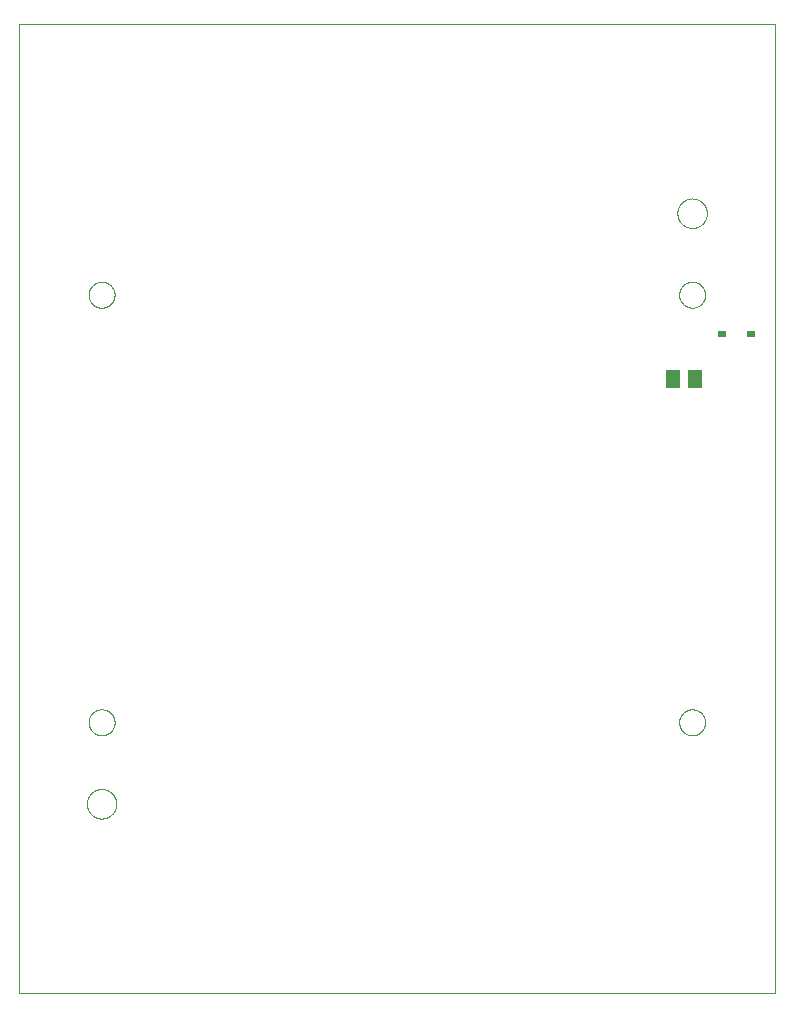
<source format=gtp>
G04 EAGLE Gerber RS-274X export*
G75*
%MOMM*%
%FSLAX34Y34*%
%LPD*%
%INPaste Mask Top*%
%IPPOS*%
%AMOC8*
5,1,8,0,0,1.08239X$1,22.5*%
G01*
%ADD10C,0.000000*%
%ADD11R,1.300000X1.500000*%
%ADD12R,0.800000X0.600000*%


D10*
X0Y0D02*
X640000Y0D01*
X640000Y820000D01*
X0Y820000D01*
X0Y0D01*
X557500Y660000D02*
X557504Y660307D01*
X557515Y660613D01*
X557534Y660920D01*
X557560Y661225D01*
X557594Y661530D01*
X557635Y661834D01*
X557684Y662137D01*
X557740Y662439D01*
X557804Y662739D01*
X557875Y663037D01*
X557953Y663334D01*
X558038Y663629D01*
X558131Y663921D01*
X558231Y664211D01*
X558338Y664499D01*
X558452Y664784D01*
X558572Y665066D01*
X558700Y665344D01*
X558835Y665620D01*
X558976Y665892D01*
X559124Y666161D01*
X559278Y666426D01*
X559439Y666687D01*
X559607Y666945D01*
X559780Y667198D01*
X559960Y667446D01*
X560146Y667690D01*
X560337Y667930D01*
X560535Y668165D01*
X560738Y668394D01*
X560947Y668619D01*
X561161Y668839D01*
X561381Y669053D01*
X561606Y669262D01*
X561835Y669465D01*
X562070Y669663D01*
X562310Y669854D01*
X562554Y670040D01*
X562802Y670220D01*
X563055Y670393D01*
X563313Y670561D01*
X563574Y670722D01*
X563839Y670876D01*
X564108Y671024D01*
X564380Y671165D01*
X564656Y671300D01*
X564934Y671428D01*
X565216Y671548D01*
X565501Y671662D01*
X565789Y671769D01*
X566079Y671869D01*
X566371Y671962D01*
X566666Y672047D01*
X566963Y672125D01*
X567261Y672196D01*
X567561Y672260D01*
X567863Y672316D01*
X568166Y672365D01*
X568470Y672406D01*
X568775Y672440D01*
X569080Y672466D01*
X569387Y672485D01*
X569693Y672496D01*
X570000Y672500D01*
X570307Y672496D01*
X570613Y672485D01*
X570920Y672466D01*
X571225Y672440D01*
X571530Y672406D01*
X571834Y672365D01*
X572137Y672316D01*
X572439Y672260D01*
X572739Y672196D01*
X573037Y672125D01*
X573334Y672047D01*
X573629Y671962D01*
X573921Y671869D01*
X574211Y671769D01*
X574499Y671662D01*
X574784Y671548D01*
X575066Y671428D01*
X575344Y671300D01*
X575620Y671165D01*
X575892Y671024D01*
X576161Y670876D01*
X576426Y670722D01*
X576687Y670561D01*
X576945Y670393D01*
X577198Y670220D01*
X577446Y670040D01*
X577690Y669854D01*
X577930Y669663D01*
X578165Y669465D01*
X578394Y669262D01*
X578619Y669053D01*
X578839Y668839D01*
X579053Y668619D01*
X579262Y668394D01*
X579465Y668165D01*
X579663Y667930D01*
X579854Y667690D01*
X580040Y667446D01*
X580220Y667198D01*
X580393Y666945D01*
X580561Y666687D01*
X580722Y666426D01*
X580876Y666161D01*
X581024Y665892D01*
X581165Y665620D01*
X581300Y665344D01*
X581428Y665066D01*
X581548Y664784D01*
X581662Y664499D01*
X581769Y664211D01*
X581869Y663921D01*
X581962Y663629D01*
X582047Y663334D01*
X582125Y663037D01*
X582196Y662739D01*
X582260Y662439D01*
X582316Y662137D01*
X582365Y661834D01*
X582406Y661530D01*
X582440Y661225D01*
X582466Y660920D01*
X582485Y660613D01*
X582496Y660307D01*
X582500Y660000D01*
X582496Y659693D01*
X582485Y659387D01*
X582466Y659080D01*
X582440Y658775D01*
X582406Y658470D01*
X582365Y658166D01*
X582316Y657863D01*
X582260Y657561D01*
X582196Y657261D01*
X582125Y656963D01*
X582047Y656666D01*
X581962Y656371D01*
X581869Y656079D01*
X581769Y655789D01*
X581662Y655501D01*
X581548Y655216D01*
X581428Y654934D01*
X581300Y654656D01*
X581165Y654380D01*
X581024Y654108D01*
X580876Y653839D01*
X580722Y653574D01*
X580561Y653313D01*
X580393Y653055D01*
X580220Y652802D01*
X580040Y652554D01*
X579854Y652310D01*
X579663Y652070D01*
X579465Y651835D01*
X579262Y651606D01*
X579053Y651381D01*
X578839Y651161D01*
X578619Y650947D01*
X578394Y650738D01*
X578165Y650535D01*
X577930Y650337D01*
X577690Y650146D01*
X577446Y649960D01*
X577198Y649780D01*
X576945Y649607D01*
X576687Y649439D01*
X576426Y649278D01*
X576161Y649124D01*
X575892Y648976D01*
X575620Y648835D01*
X575344Y648700D01*
X575066Y648572D01*
X574784Y648452D01*
X574499Y648338D01*
X574211Y648231D01*
X573921Y648131D01*
X573629Y648038D01*
X573334Y647953D01*
X573037Y647875D01*
X572739Y647804D01*
X572439Y647740D01*
X572137Y647684D01*
X571834Y647635D01*
X571530Y647594D01*
X571225Y647560D01*
X570920Y647534D01*
X570613Y647515D01*
X570307Y647504D01*
X570000Y647500D01*
X569693Y647504D01*
X569387Y647515D01*
X569080Y647534D01*
X568775Y647560D01*
X568470Y647594D01*
X568166Y647635D01*
X567863Y647684D01*
X567561Y647740D01*
X567261Y647804D01*
X566963Y647875D01*
X566666Y647953D01*
X566371Y648038D01*
X566079Y648131D01*
X565789Y648231D01*
X565501Y648338D01*
X565216Y648452D01*
X564934Y648572D01*
X564656Y648700D01*
X564380Y648835D01*
X564108Y648976D01*
X563839Y649124D01*
X563574Y649278D01*
X563313Y649439D01*
X563055Y649607D01*
X562802Y649780D01*
X562554Y649960D01*
X562310Y650146D01*
X562070Y650337D01*
X561835Y650535D01*
X561606Y650738D01*
X561381Y650947D01*
X561161Y651161D01*
X560947Y651381D01*
X560738Y651606D01*
X560535Y651835D01*
X560337Y652070D01*
X560146Y652310D01*
X559960Y652554D01*
X559780Y652802D01*
X559607Y653055D01*
X559439Y653313D01*
X559278Y653574D01*
X559124Y653839D01*
X558976Y654108D01*
X558835Y654380D01*
X558700Y654656D01*
X558572Y654934D01*
X558452Y655216D01*
X558338Y655501D01*
X558231Y655789D01*
X558131Y656079D01*
X558038Y656371D01*
X557953Y656666D01*
X557875Y656963D01*
X557804Y657261D01*
X557740Y657561D01*
X557684Y657863D01*
X557635Y658166D01*
X557594Y658470D01*
X557560Y658775D01*
X557534Y659080D01*
X557515Y659387D01*
X557504Y659693D01*
X557500Y660000D01*
X57500Y160000D02*
X57504Y160307D01*
X57515Y160613D01*
X57534Y160920D01*
X57560Y161225D01*
X57594Y161530D01*
X57635Y161834D01*
X57684Y162137D01*
X57740Y162439D01*
X57804Y162739D01*
X57875Y163037D01*
X57953Y163334D01*
X58038Y163629D01*
X58131Y163921D01*
X58231Y164211D01*
X58338Y164499D01*
X58452Y164784D01*
X58572Y165066D01*
X58700Y165344D01*
X58835Y165620D01*
X58976Y165892D01*
X59124Y166161D01*
X59278Y166426D01*
X59439Y166687D01*
X59607Y166945D01*
X59780Y167198D01*
X59960Y167446D01*
X60146Y167690D01*
X60337Y167930D01*
X60535Y168165D01*
X60738Y168394D01*
X60947Y168619D01*
X61161Y168839D01*
X61381Y169053D01*
X61606Y169262D01*
X61835Y169465D01*
X62070Y169663D01*
X62310Y169854D01*
X62554Y170040D01*
X62802Y170220D01*
X63055Y170393D01*
X63313Y170561D01*
X63574Y170722D01*
X63839Y170876D01*
X64108Y171024D01*
X64380Y171165D01*
X64656Y171300D01*
X64934Y171428D01*
X65216Y171548D01*
X65501Y171662D01*
X65789Y171769D01*
X66079Y171869D01*
X66371Y171962D01*
X66666Y172047D01*
X66963Y172125D01*
X67261Y172196D01*
X67561Y172260D01*
X67863Y172316D01*
X68166Y172365D01*
X68470Y172406D01*
X68775Y172440D01*
X69080Y172466D01*
X69387Y172485D01*
X69693Y172496D01*
X70000Y172500D01*
X70307Y172496D01*
X70613Y172485D01*
X70920Y172466D01*
X71225Y172440D01*
X71530Y172406D01*
X71834Y172365D01*
X72137Y172316D01*
X72439Y172260D01*
X72739Y172196D01*
X73037Y172125D01*
X73334Y172047D01*
X73629Y171962D01*
X73921Y171869D01*
X74211Y171769D01*
X74499Y171662D01*
X74784Y171548D01*
X75066Y171428D01*
X75344Y171300D01*
X75620Y171165D01*
X75892Y171024D01*
X76161Y170876D01*
X76426Y170722D01*
X76687Y170561D01*
X76945Y170393D01*
X77198Y170220D01*
X77446Y170040D01*
X77690Y169854D01*
X77930Y169663D01*
X78165Y169465D01*
X78394Y169262D01*
X78619Y169053D01*
X78839Y168839D01*
X79053Y168619D01*
X79262Y168394D01*
X79465Y168165D01*
X79663Y167930D01*
X79854Y167690D01*
X80040Y167446D01*
X80220Y167198D01*
X80393Y166945D01*
X80561Y166687D01*
X80722Y166426D01*
X80876Y166161D01*
X81024Y165892D01*
X81165Y165620D01*
X81300Y165344D01*
X81428Y165066D01*
X81548Y164784D01*
X81662Y164499D01*
X81769Y164211D01*
X81869Y163921D01*
X81962Y163629D01*
X82047Y163334D01*
X82125Y163037D01*
X82196Y162739D01*
X82260Y162439D01*
X82316Y162137D01*
X82365Y161834D01*
X82406Y161530D01*
X82440Y161225D01*
X82466Y160920D01*
X82485Y160613D01*
X82496Y160307D01*
X82500Y160000D01*
X82496Y159693D01*
X82485Y159387D01*
X82466Y159080D01*
X82440Y158775D01*
X82406Y158470D01*
X82365Y158166D01*
X82316Y157863D01*
X82260Y157561D01*
X82196Y157261D01*
X82125Y156963D01*
X82047Y156666D01*
X81962Y156371D01*
X81869Y156079D01*
X81769Y155789D01*
X81662Y155501D01*
X81548Y155216D01*
X81428Y154934D01*
X81300Y154656D01*
X81165Y154380D01*
X81024Y154108D01*
X80876Y153839D01*
X80722Y153574D01*
X80561Y153313D01*
X80393Y153055D01*
X80220Y152802D01*
X80040Y152554D01*
X79854Y152310D01*
X79663Y152070D01*
X79465Y151835D01*
X79262Y151606D01*
X79053Y151381D01*
X78839Y151161D01*
X78619Y150947D01*
X78394Y150738D01*
X78165Y150535D01*
X77930Y150337D01*
X77690Y150146D01*
X77446Y149960D01*
X77198Y149780D01*
X76945Y149607D01*
X76687Y149439D01*
X76426Y149278D01*
X76161Y149124D01*
X75892Y148976D01*
X75620Y148835D01*
X75344Y148700D01*
X75066Y148572D01*
X74784Y148452D01*
X74499Y148338D01*
X74211Y148231D01*
X73921Y148131D01*
X73629Y148038D01*
X73334Y147953D01*
X73037Y147875D01*
X72739Y147804D01*
X72439Y147740D01*
X72137Y147684D01*
X71834Y147635D01*
X71530Y147594D01*
X71225Y147560D01*
X70920Y147534D01*
X70613Y147515D01*
X70307Y147504D01*
X70000Y147500D01*
X69693Y147504D01*
X69387Y147515D01*
X69080Y147534D01*
X68775Y147560D01*
X68470Y147594D01*
X68166Y147635D01*
X67863Y147684D01*
X67561Y147740D01*
X67261Y147804D01*
X66963Y147875D01*
X66666Y147953D01*
X66371Y148038D01*
X66079Y148131D01*
X65789Y148231D01*
X65501Y148338D01*
X65216Y148452D01*
X64934Y148572D01*
X64656Y148700D01*
X64380Y148835D01*
X64108Y148976D01*
X63839Y149124D01*
X63574Y149278D01*
X63313Y149439D01*
X63055Y149607D01*
X62802Y149780D01*
X62554Y149960D01*
X62310Y150146D01*
X62070Y150337D01*
X61835Y150535D01*
X61606Y150738D01*
X61381Y150947D01*
X61161Y151161D01*
X60947Y151381D01*
X60738Y151606D01*
X60535Y151835D01*
X60337Y152070D01*
X60146Y152310D01*
X59960Y152554D01*
X59780Y152802D01*
X59607Y153055D01*
X59439Y153313D01*
X59278Y153574D01*
X59124Y153839D01*
X58976Y154108D01*
X58835Y154380D01*
X58700Y154656D01*
X58572Y154934D01*
X58452Y155216D01*
X58338Y155501D01*
X58231Y155789D01*
X58131Y156079D01*
X58038Y156371D01*
X57953Y156666D01*
X57875Y156963D01*
X57804Y157261D01*
X57740Y157561D01*
X57684Y157863D01*
X57635Y158166D01*
X57594Y158470D01*
X57560Y158775D01*
X57534Y159080D01*
X57515Y159387D01*
X57504Y159693D01*
X57500Y160000D01*
X559000Y591000D02*
X559003Y591270D01*
X559013Y591540D01*
X559030Y591809D01*
X559053Y592078D01*
X559083Y592347D01*
X559119Y592614D01*
X559162Y592881D01*
X559211Y593146D01*
X559267Y593410D01*
X559330Y593673D01*
X559398Y593934D01*
X559474Y594193D01*
X559555Y594450D01*
X559643Y594706D01*
X559737Y594959D01*
X559837Y595210D01*
X559944Y595458D01*
X560056Y595703D01*
X560175Y595946D01*
X560299Y596185D01*
X560429Y596422D01*
X560565Y596655D01*
X560707Y596885D01*
X560854Y597111D01*
X561007Y597334D01*
X561165Y597553D01*
X561328Y597768D01*
X561497Y597978D01*
X561671Y598185D01*
X561850Y598387D01*
X562033Y598585D01*
X562222Y598778D01*
X562415Y598967D01*
X562613Y599150D01*
X562815Y599329D01*
X563022Y599503D01*
X563232Y599672D01*
X563447Y599835D01*
X563666Y599993D01*
X563889Y600146D01*
X564115Y600293D01*
X564345Y600435D01*
X564578Y600571D01*
X564815Y600701D01*
X565054Y600825D01*
X565297Y600944D01*
X565542Y601056D01*
X565790Y601163D01*
X566041Y601263D01*
X566294Y601357D01*
X566550Y601445D01*
X566807Y601526D01*
X567066Y601602D01*
X567327Y601670D01*
X567590Y601733D01*
X567854Y601789D01*
X568119Y601838D01*
X568386Y601881D01*
X568653Y601917D01*
X568922Y601947D01*
X569191Y601970D01*
X569460Y601987D01*
X569730Y601997D01*
X570000Y602000D01*
X570270Y601997D01*
X570540Y601987D01*
X570809Y601970D01*
X571078Y601947D01*
X571347Y601917D01*
X571614Y601881D01*
X571881Y601838D01*
X572146Y601789D01*
X572410Y601733D01*
X572673Y601670D01*
X572934Y601602D01*
X573193Y601526D01*
X573450Y601445D01*
X573706Y601357D01*
X573959Y601263D01*
X574210Y601163D01*
X574458Y601056D01*
X574703Y600944D01*
X574946Y600825D01*
X575185Y600701D01*
X575422Y600571D01*
X575655Y600435D01*
X575885Y600293D01*
X576111Y600146D01*
X576334Y599993D01*
X576553Y599835D01*
X576768Y599672D01*
X576978Y599503D01*
X577185Y599329D01*
X577387Y599150D01*
X577585Y598967D01*
X577778Y598778D01*
X577967Y598585D01*
X578150Y598387D01*
X578329Y598185D01*
X578503Y597978D01*
X578672Y597768D01*
X578835Y597553D01*
X578993Y597334D01*
X579146Y597111D01*
X579293Y596885D01*
X579435Y596655D01*
X579571Y596422D01*
X579701Y596185D01*
X579825Y595946D01*
X579944Y595703D01*
X580056Y595458D01*
X580163Y595210D01*
X580263Y594959D01*
X580357Y594706D01*
X580445Y594450D01*
X580526Y594193D01*
X580602Y593934D01*
X580670Y593673D01*
X580733Y593410D01*
X580789Y593146D01*
X580838Y592881D01*
X580881Y592614D01*
X580917Y592347D01*
X580947Y592078D01*
X580970Y591809D01*
X580987Y591540D01*
X580997Y591270D01*
X581000Y591000D01*
X580997Y590730D01*
X580987Y590460D01*
X580970Y590191D01*
X580947Y589922D01*
X580917Y589653D01*
X580881Y589386D01*
X580838Y589119D01*
X580789Y588854D01*
X580733Y588590D01*
X580670Y588327D01*
X580602Y588066D01*
X580526Y587807D01*
X580445Y587550D01*
X580357Y587294D01*
X580263Y587041D01*
X580163Y586790D01*
X580056Y586542D01*
X579944Y586297D01*
X579825Y586054D01*
X579701Y585815D01*
X579571Y585578D01*
X579435Y585345D01*
X579293Y585115D01*
X579146Y584889D01*
X578993Y584666D01*
X578835Y584447D01*
X578672Y584232D01*
X578503Y584022D01*
X578329Y583815D01*
X578150Y583613D01*
X577967Y583415D01*
X577778Y583222D01*
X577585Y583033D01*
X577387Y582850D01*
X577185Y582671D01*
X576978Y582497D01*
X576768Y582328D01*
X576553Y582165D01*
X576334Y582007D01*
X576111Y581854D01*
X575885Y581707D01*
X575655Y581565D01*
X575422Y581429D01*
X575185Y581299D01*
X574946Y581175D01*
X574703Y581056D01*
X574458Y580944D01*
X574210Y580837D01*
X573959Y580737D01*
X573706Y580643D01*
X573450Y580555D01*
X573193Y580474D01*
X572934Y580398D01*
X572673Y580330D01*
X572410Y580267D01*
X572146Y580211D01*
X571881Y580162D01*
X571614Y580119D01*
X571347Y580083D01*
X571078Y580053D01*
X570809Y580030D01*
X570540Y580013D01*
X570270Y580003D01*
X570000Y580000D01*
X569730Y580003D01*
X569460Y580013D01*
X569191Y580030D01*
X568922Y580053D01*
X568653Y580083D01*
X568386Y580119D01*
X568119Y580162D01*
X567854Y580211D01*
X567590Y580267D01*
X567327Y580330D01*
X567066Y580398D01*
X566807Y580474D01*
X566550Y580555D01*
X566294Y580643D01*
X566041Y580737D01*
X565790Y580837D01*
X565542Y580944D01*
X565297Y581056D01*
X565054Y581175D01*
X564815Y581299D01*
X564578Y581429D01*
X564345Y581565D01*
X564115Y581707D01*
X563889Y581854D01*
X563666Y582007D01*
X563447Y582165D01*
X563232Y582328D01*
X563022Y582497D01*
X562815Y582671D01*
X562613Y582850D01*
X562415Y583033D01*
X562222Y583222D01*
X562033Y583415D01*
X561850Y583613D01*
X561671Y583815D01*
X561497Y584022D01*
X561328Y584232D01*
X561165Y584447D01*
X561007Y584666D01*
X560854Y584889D01*
X560707Y585115D01*
X560565Y585345D01*
X560429Y585578D01*
X560299Y585815D01*
X560175Y586054D01*
X560056Y586297D01*
X559944Y586542D01*
X559837Y586790D01*
X559737Y587041D01*
X559643Y587294D01*
X559555Y587550D01*
X559474Y587807D01*
X559398Y588066D01*
X559330Y588327D01*
X559267Y588590D01*
X559211Y588854D01*
X559162Y589119D01*
X559119Y589386D01*
X559083Y589653D01*
X559053Y589922D01*
X559030Y590191D01*
X559013Y590460D01*
X559003Y590730D01*
X559000Y591000D01*
X559000Y229000D02*
X559003Y229270D01*
X559013Y229540D01*
X559030Y229809D01*
X559053Y230078D01*
X559083Y230347D01*
X559119Y230614D01*
X559162Y230881D01*
X559211Y231146D01*
X559267Y231410D01*
X559330Y231673D01*
X559398Y231934D01*
X559474Y232193D01*
X559555Y232450D01*
X559643Y232706D01*
X559737Y232959D01*
X559837Y233210D01*
X559944Y233458D01*
X560056Y233703D01*
X560175Y233946D01*
X560299Y234185D01*
X560429Y234422D01*
X560565Y234655D01*
X560707Y234885D01*
X560854Y235111D01*
X561007Y235334D01*
X561165Y235553D01*
X561328Y235768D01*
X561497Y235978D01*
X561671Y236185D01*
X561850Y236387D01*
X562033Y236585D01*
X562222Y236778D01*
X562415Y236967D01*
X562613Y237150D01*
X562815Y237329D01*
X563022Y237503D01*
X563232Y237672D01*
X563447Y237835D01*
X563666Y237993D01*
X563889Y238146D01*
X564115Y238293D01*
X564345Y238435D01*
X564578Y238571D01*
X564815Y238701D01*
X565054Y238825D01*
X565297Y238944D01*
X565542Y239056D01*
X565790Y239163D01*
X566041Y239263D01*
X566294Y239357D01*
X566550Y239445D01*
X566807Y239526D01*
X567066Y239602D01*
X567327Y239670D01*
X567590Y239733D01*
X567854Y239789D01*
X568119Y239838D01*
X568386Y239881D01*
X568653Y239917D01*
X568922Y239947D01*
X569191Y239970D01*
X569460Y239987D01*
X569730Y239997D01*
X570000Y240000D01*
X570270Y239997D01*
X570540Y239987D01*
X570809Y239970D01*
X571078Y239947D01*
X571347Y239917D01*
X571614Y239881D01*
X571881Y239838D01*
X572146Y239789D01*
X572410Y239733D01*
X572673Y239670D01*
X572934Y239602D01*
X573193Y239526D01*
X573450Y239445D01*
X573706Y239357D01*
X573959Y239263D01*
X574210Y239163D01*
X574458Y239056D01*
X574703Y238944D01*
X574946Y238825D01*
X575185Y238701D01*
X575422Y238571D01*
X575655Y238435D01*
X575885Y238293D01*
X576111Y238146D01*
X576334Y237993D01*
X576553Y237835D01*
X576768Y237672D01*
X576978Y237503D01*
X577185Y237329D01*
X577387Y237150D01*
X577585Y236967D01*
X577778Y236778D01*
X577967Y236585D01*
X578150Y236387D01*
X578329Y236185D01*
X578503Y235978D01*
X578672Y235768D01*
X578835Y235553D01*
X578993Y235334D01*
X579146Y235111D01*
X579293Y234885D01*
X579435Y234655D01*
X579571Y234422D01*
X579701Y234185D01*
X579825Y233946D01*
X579944Y233703D01*
X580056Y233458D01*
X580163Y233210D01*
X580263Y232959D01*
X580357Y232706D01*
X580445Y232450D01*
X580526Y232193D01*
X580602Y231934D01*
X580670Y231673D01*
X580733Y231410D01*
X580789Y231146D01*
X580838Y230881D01*
X580881Y230614D01*
X580917Y230347D01*
X580947Y230078D01*
X580970Y229809D01*
X580987Y229540D01*
X580997Y229270D01*
X581000Y229000D01*
X580997Y228730D01*
X580987Y228460D01*
X580970Y228191D01*
X580947Y227922D01*
X580917Y227653D01*
X580881Y227386D01*
X580838Y227119D01*
X580789Y226854D01*
X580733Y226590D01*
X580670Y226327D01*
X580602Y226066D01*
X580526Y225807D01*
X580445Y225550D01*
X580357Y225294D01*
X580263Y225041D01*
X580163Y224790D01*
X580056Y224542D01*
X579944Y224297D01*
X579825Y224054D01*
X579701Y223815D01*
X579571Y223578D01*
X579435Y223345D01*
X579293Y223115D01*
X579146Y222889D01*
X578993Y222666D01*
X578835Y222447D01*
X578672Y222232D01*
X578503Y222022D01*
X578329Y221815D01*
X578150Y221613D01*
X577967Y221415D01*
X577778Y221222D01*
X577585Y221033D01*
X577387Y220850D01*
X577185Y220671D01*
X576978Y220497D01*
X576768Y220328D01*
X576553Y220165D01*
X576334Y220007D01*
X576111Y219854D01*
X575885Y219707D01*
X575655Y219565D01*
X575422Y219429D01*
X575185Y219299D01*
X574946Y219175D01*
X574703Y219056D01*
X574458Y218944D01*
X574210Y218837D01*
X573959Y218737D01*
X573706Y218643D01*
X573450Y218555D01*
X573193Y218474D01*
X572934Y218398D01*
X572673Y218330D01*
X572410Y218267D01*
X572146Y218211D01*
X571881Y218162D01*
X571614Y218119D01*
X571347Y218083D01*
X571078Y218053D01*
X570809Y218030D01*
X570540Y218013D01*
X570270Y218003D01*
X570000Y218000D01*
X569730Y218003D01*
X569460Y218013D01*
X569191Y218030D01*
X568922Y218053D01*
X568653Y218083D01*
X568386Y218119D01*
X568119Y218162D01*
X567854Y218211D01*
X567590Y218267D01*
X567327Y218330D01*
X567066Y218398D01*
X566807Y218474D01*
X566550Y218555D01*
X566294Y218643D01*
X566041Y218737D01*
X565790Y218837D01*
X565542Y218944D01*
X565297Y219056D01*
X565054Y219175D01*
X564815Y219299D01*
X564578Y219429D01*
X564345Y219565D01*
X564115Y219707D01*
X563889Y219854D01*
X563666Y220007D01*
X563447Y220165D01*
X563232Y220328D01*
X563022Y220497D01*
X562815Y220671D01*
X562613Y220850D01*
X562415Y221033D01*
X562222Y221222D01*
X562033Y221415D01*
X561850Y221613D01*
X561671Y221815D01*
X561497Y222022D01*
X561328Y222232D01*
X561165Y222447D01*
X561007Y222666D01*
X560854Y222889D01*
X560707Y223115D01*
X560565Y223345D01*
X560429Y223578D01*
X560299Y223815D01*
X560175Y224054D01*
X560056Y224297D01*
X559944Y224542D01*
X559837Y224790D01*
X559737Y225041D01*
X559643Y225294D01*
X559555Y225550D01*
X559474Y225807D01*
X559398Y226066D01*
X559330Y226327D01*
X559267Y226590D01*
X559211Y226854D01*
X559162Y227119D01*
X559119Y227386D01*
X559083Y227653D01*
X559053Y227922D01*
X559030Y228191D01*
X559013Y228460D01*
X559003Y228730D01*
X559000Y229000D01*
X59000Y229000D02*
X59003Y229270D01*
X59013Y229540D01*
X59030Y229809D01*
X59053Y230078D01*
X59083Y230347D01*
X59119Y230614D01*
X59162Y230881D01*
X59211Y231146D01*
X59267Y231410D01*
X59330Y231673D01*
X59398Y231934D01*
X59474Y232193D01*
X59555Y232450D01*
X59643Y232706D01*
X59737Y232959D01*
X59837Y233210D01*
X59944Y233458D01*
X60056Y233703D01*
X60175Y233946D01*
X60299Y234185D01*
X60429Y234422D01*
X60565Y234655D01*
X60707Y234885D01*
X60854Y235111D01*
X61007Y235334D01*
X61165Y235553D01*
X61328Y235768D01*
X61497Y235978D01*
X61671Y236185D01*
X61850Y236387D01*
X62033Y236585D01*
X62222Y236778D01*
X62415Y236967D01*
X62613Y237150D01*
X62815Y237329D01*
X63022Y237503D01*
X63232Y237672D01*
X63447Y237835D01*
X63666Y237993D01*
X63889Y238146D01*
X64115Y238293D01*
X64345Y238435D01*
X64578Y238571D01*
X64815Y238701D01*
X65054Y238825D01*
X65297Y238944D01*
X65542Y239056D01*
X65790Y239163D01*
X66041Y239263D01*
X66294Y239357D01*
X66550Y239445D01*
X66807Y239526D01*
X67066Y239602D01*
X67327Y239670D01*
X67590Y239733D01*
X67854Y239789D01*
X68119Y239838D01*
X68386Y239881D01*
X68653Y239917D01*
X68922Y239947D01*
X69191Y239970D01*
X69460Y239987D01*
X69730Y239997D01*
X70000Y240000D01*
X70270Y239997D01*
X70540Y239987D01*
X70809Y239970D01*
X71078Y239947D01*
X71347Y239917D01*
X71614Y239881D01*
X71881Y239838D01*
X72146Y239789D01*
X72410Y239733D01*
X72673Y239670D01*
X72934Y239602D01*
X73193Y239526D01*
X73450Y239445D01*
X73706Y239357D01*
X73959Y239263D01*
X74210Y239163D01*
X74458Y239056D01*
X74703Y238944D01*
X74946Y238825D01*
X75185Y238701D01*
X75422Y238571D01*
X75655Y238435D01*
X75885Y238293D01*
X76111Y238146D01*
X76334Y237993D01*
X76553Y237835D01*
X76768Y237672D01*
X76978Y237503D01*
X77185Y237329D01*
X77387Y237150D01*
X77585Y236967D01*
X77778Y236778D01*
X77967Y236585D01*
X78150Y236387D01*
X78329Y236185D01*
X78503Y235978D01*
X78672Y235768D01*
X78835Y235553D01*
X78993Y235334D01*
X79146Y235111D01*
X79293Y234885D01*
X79435Y234655D01*
X79571Y234422D01*
X79701Y234185D01*
X79825Y233946D01*
X79944Y233703D01*
X80056Y233458D01*
X80163Y233210D01*
X80263Y232959D01*
X80357Y232706D01*
X80445Y232450D01*
X80526Y232193D01*
X80602Y231934D01*
X80670Y231673D01*
X80733Y231410D01*
X80789Y231146D01*
X80838Y230881D01*
X80881Y230614D01*
X80917Y230347D01*
X80947Y230078D01*
X80970Y229809D01*
X80987Y229540D01*
X80997Y229270D01*
X81000Y229000D01*
X80997Y228730D01*
X80987Y228460D01*
X80970Y228191D01*
X80947Y227922D01*
X80917Y227653D01*
X80881Y227386D01*
X80838Y227119D01*
X80789Y226854D01*
X80733Y226590D01*
X80670Y226327D01*
X80602Y226066D01*
X80526Y225807D01*
X80445Y225550D01*
X80357Y225294D01*
X80263Y225041D01*
X80163Y224790D01*
X80056Y224542D01*
X79944Y224297D01*
X79825Y224054D01*
X79701Y223815D01*
X79571Y223578D01*
X79435Y223345D01*
X79293Y223115D01*
X79146Y222889D01*
X78993Y222666D01*
X78835Y222447D01*
X78672Y222232D01*
X78503Y222022D01*
X78329Y221815D01*
X78150Y221613D01*
X77967Y221415D01*
X77778Y221222D01*
X77585Y221033D01*
X77387Y220850D01*
X77185Y220671D01*
X76978Y220497D01*
X76768Y220328D01*
X76553Y220165D01*
X76334Y220007D01*
X76111Y219854D01*
X75885Y219707D01*
X75655Y219565D01*
X75422Y219429D01*
X75185Y219299D01*
X74946Y219175D01*
X74703Y219056D01*
X74458Y218944D01*
X74210Y218837D01*
X73959Y218737D01*
X73706Y218643D01*
X73450Y218555D01*
X73193Y218474D01*
X72934Y218398D01*
X72673Y218330D01*
X72410Y218267D01*
X72146Y218211D01*
X71881Y218162D01*
X71614Y218119D01*
X71347Y218083D01*
X71078Y218053D01*
X70809Y218030D01*
X70540Y218013D01*
X70270Y218003D01*
X70000Y218000D01*
X69730Y218003D01*
X69460Y218013D01*
X69191Y218030D01*
X68922Y218053D01*
X68653Y218083D01*
X68386Y218119D01*
X68119Y218162D01*
X67854Y218211D01*
X67590Y218267D01*
X67327Y218330D01*
X67066Y218398D01*
X66807Y218474D01*
X66550Y218555D01*
X66294Y218643D01*
X66041Y218737D01*
X65790Y218837D01*
X65542Y218944D01*
X65297Y219056D01*
X65054Y219175D01*
X64815Y219299D01*
X64578Y219429D01*
X64345Y219565D01*
X64115Y219707D01*
X63889Y219854D01*
X63666Y220007D01*
X63447Y220165D01*
X63232Y220328D01*
X63022Y220497D01*
X62815Y220671D01*
X62613Y220850D01*
X62415Y221033D01*
X62222Y221222D01*
X62033Y221415D01*
X61850Y221613D01*
X61671Y221815D01*
X61497Y222022D01*
X61328Y222232D01*
X61165Y222447D01*
X61007Y222666D01*
X60854Y222889D01*
X60707Y223115D01*
X60565Y223345D01*
X60429Y223578D01*
X60299Y223815D01*
X60175Y224054D01*
X60056Y224297D01*
X59944Y224542D01*
X59837Y224790D01*
X59737Y225041D01*
X59643Y225294D01*
X59555Y225550D01*
X59474Y225807D01*
X59398Y226066D01*
X59330Y226327D01*
X59267Y226590D01*
X59211Y226854D01*
X59162Y227119D01*
X59119Y227386D01*
X59083Y227653D01*
X59053Y227922D01*
X59030Y228191D01*
X59013Y228460D01*
X59003Y228730D01*
X59000Y229000D01*
X59000Y591000D02*
X59003Y591270D01*
X59013Y591540D01*
X59030Y591809D01*
X59053Y592078D01*
X59083Y592347D01*
X59119Y592614D01*
X59162Y592881D01*
X59211Y593146D01*
X59267Y593410D01*
X59330Y593673D01*
X59398Y593934D01*
X59474Y594193D01*
X59555Y594450D01*
X59643Y594706D01*
X59737Y594959D01*
X59837Y595210D01*
X59944Y595458D01*
X60056Y595703D01*
X60175Y595946D01*
X60299Y596185D01*
X60429Y596422D01*
X60565Y596655D01*
X60707Y596885D01*
X60854Y597111D01*
X61007Y597334D01*
X61165Y597553D01*
X61328Y597768D01*
X61497Y597978D01*
X61671Y598185D01*
X61850Y598387D01*
X62033Y598585D01*
X62222Y598778D01*
X62415Y598967D01*
X62613Y599150D01*
X62815Y599329D01*
X63022Y599503D01*
X63232Y599672D01*
X63447Y599835D01*
X63666Y599993D01*
X63889Y600146D01*
X64115Y600293D01*
X64345Y600435D01*
X64578Y600571D01*
X64815Y600701D01*
X65054Y600825D01*
X65297Y600944D01*
X65542Y601056D01*
X65790Y601163D01*
X66041Y601263D01*
X66294Y601357D01*
X66550Y601445D01*
X66807Y601526D01*
X67066Y601602D01*
X67327Y601670D01*
X67590Y601733D01*
X67854Y601789D01*
X68119Y601838D01*
X68386Y601881D01*
X68653Y601917D01*
X68922Y601947D01*
X69191Y601970D01*
X69460Y601987D01*
X69730Y601997D01*
X70000Y602000D01*
X70270Y601997D01*
X70540Y601987D01*
X70809Y601970D01*
X71078Y601947D01*
X71347Y601917D01*
X71614Y601881D01*
X71881Y601838D01*
X72146Y601789D01*
X72410Y601733D01*
X72673Y601670D01*
X72934Y601602D01*
X73193Y601526D01*
X73450Y601445D01*
X73706Y601357D01*
X73959Y601263D01*
X74210Y601163D01*
X74458Y601056D01*
X74703Y600944D01*
X74946Y600825D01*
X75185Y600701D01*
X75422Y600571D01*
X75655Y600435D01*
X75885Y600293D01*
X76111Y600146D01*
X76334Y599993D01*
X76553Y599835D01*
X76768Y599672D01*
X76978Y599503D01*
X77185Y599329D01*
X77387Y599150D01*
X77585Y598967D01*
X77778Y598778D01*
X77967Y598585D01*
X78150Y598387D01*
X78329Y598185D01*
X78503Y597978D01*
X78672Y597768D01*
X78835Y597553D01*
X78993Y597334D01*
X79146Y597111D01*
X79293Y596885D01*
X79435Y596655D01*
X79571Y596422D01*
X79701Y596185D01*
X79825Y595946D01*
X79944Y595703D01*
X80056Y595458D01*
X80163Y595210D01*
X80263Y594959D01*
X80357Y594706D01*
X80445Y594450D01*
X80526Y594193D01*
X80602Y593934D01*
X80670Y593673D01*
X80733Y593410D01*
X80789Y593146D01*
X80838Y592881D01*
X80881Y592614D01*
X80917Y592347D01*
X80947Y592078D01*
X80970Y591809D01*
X80987Y591540D01*
X80997Y591270D01*
X81000Y591000D01*
X80997Y590730D01*
X80987Y590460D01*
X80970Y590191D01*
X80947Y589922D01*
X80917Y589653D01*
X80881Y589386D01*
X80838Y589119D01*
X80789Y588854D01*
X80733Y588590D01*
X80670Y588327D01*
X80602Y588066D01*
X80526Y587807D01*
X80445Y587550D01*
X80357Y587294D01*
X80263Y587041D01*
X80163Y586790D01*
X80056Y586542D01*
X79944Y586297D01*
X79825Y586054D01*
X79701Y585815D01*
X79571Y585578D01*
X79435Y585345D01*
X79293Y585115D01*
X79146Y584889D01*
X78993Y584666D01*
X78835Y584447D01*
X78672Y584232D01*
X78503Y584022D01*
X78329Y583815D01*
X78150Y583613D01*
X77967Y583415D01*
X77778Y583222D01*
X77585Y583033D01*
X77387Y582850D01*
X77185Y582671D01*
X76978Y582497D01*
X76768Y582328D01*
X76553Y582165D01*
X76334Y582007D01*
X76111Y581854D01*
X75885Y581707D01*
X75655Y581565D01*
X75422Y581429D01*
X75185Y581299D01*
X74946Y581175D01*
X74703Y581056D01*
X74458Y580944D01*
X74210Y580837D01*
X73959Y580737D01*
X73706Y580643D01*
X73450Y580555D01*
X73193Y580474D01*
X72934Y580398D01*
X72673Y580330D01*
X72410Y580267D01*
X72146Y580211D01*
X71881Y580162D01*
X71614Y580119D01*
X71347Y580083D01*
X71078Y580053D01*
X70809Y580030D01*
X70540Y580013D01*
X70270Y580003D01*
X70000Y580000D01*
X69730Y580003D01*
X69460Y580013D01*
X69191Y580030D01*
X68922Y580053D01*
X68653Y580083D01*
X68386Y580119D01*
X68119Y580162D01*
X67854Y580211D01*
X67590Y580267D01*
X67327Y580330D01*
X67066Y580398D01*
X66807Y580474D01*
X66550Y580555D01*
X66294Y580643D01*
X66041Y580737D01*
X65790Y580837D01*
X65542Y580944D01*
X65297Y581056D01*
X65054Y581175D01*
X64815Y581299D01*
X64578Y581429D01*
X64345Y581565D01*
X64115Y581707D01*
X63889Y581854D01*
X63666Y582007D01*
X63447Y582165D01*
X63232Y582328D01*
X63022Y582497D01*
X62815Y582671D01*
X62613Y582850D01*
X62415Y583033D01*
X62222Y583222D01*
X62033Y583415D01*
X61850Y583613D01*
X61671Y583815D01*
X61497Y584022D01*
X61328Y584232D01*
X61165Y584447D01*
X61007Y584666D01*
X60854Y584889D01*
X60707Y585115D01*
X60565Y585345D01*
X60429Y585578D01*
X60299Y585815D01*
X60175Y586054D01*
X60056Y586297D01*
X59944Y586542D01*
X59837Y586790D01*
X59737Y587041D01*
X59643Y587294D01*
X59555Y587550D01*
X59474Y587807D01*
X59398Y588066D01*
X59330Y588327D01*
X59267Y588590D01*
X59211Y588854D01*
X59162Y589119D01*
X59119Y589386D01*
X59083Y589653D01*
X59053Y589922D01*
X59030Y590191D01*
X59013Y590460D01*
X59003Y590730D01*
X59000Y591000D01*
D11*
X553500Y520000D03*
X572500Y520000D03*
D12*
X620000Y558000D03*
X595000Y558000D03*
M02*

</source>
